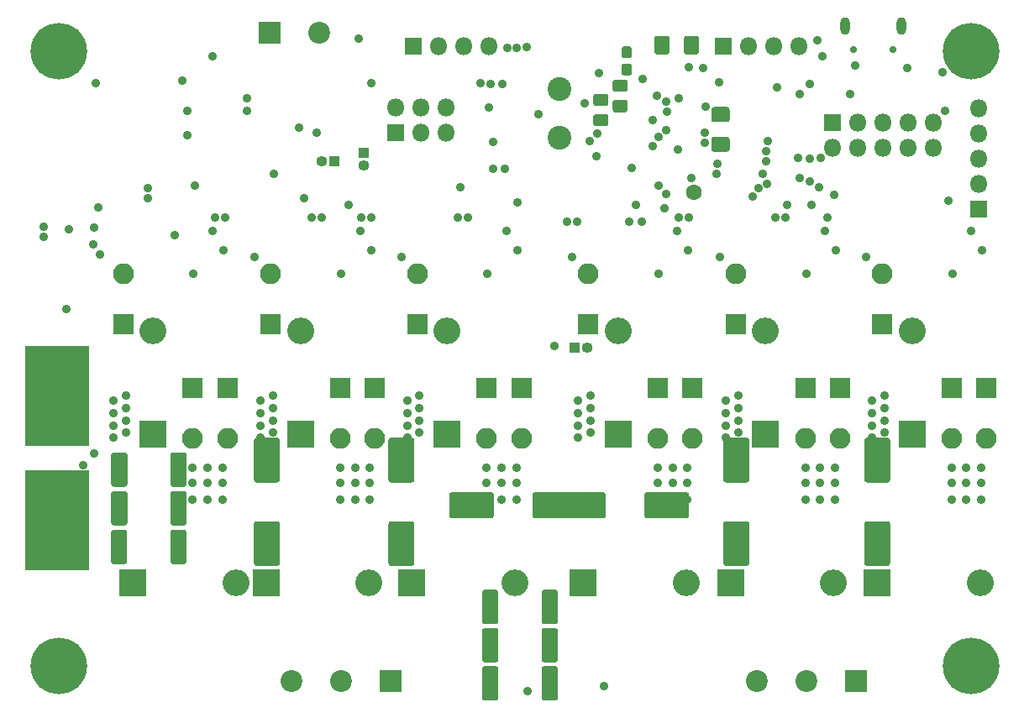
<source format=gbs>
%TF.GenerationSoftware,KiCad,Pcbnew,5.1.5+dfsg1-2build2*%
%TF.CreationDate,2021-12-29T18:24:04+01:00*%
%TF.ProjectId,motorDriver,6d6f746f-7244-4726-9976-65722e6b6963,rev?*%
%TF.SameCoordinates,Original*%
%TF.FileFunction,Soldermask,Bot*%
%TF.FilePolarity,Negative*%
%FSLAX46Y46*%
G04 Gerber Fmt 4.6, Leading zero omitted, Abs format (unit mm)*
G04 Created by KiCad (PCBNEW 5.1.5+dfsg1-2build2) date 2021-12-29 18:24:04*
%MOMM*%
%LPD*%
G04 APERTURE LIST*
%ADD10C,0.100000*%
%ADD11O,2.700000X2.700000*%
%ADD12R,2.700000X2.700000*%
%ADD13C,1.600000*%
%ADD14C,2.200000*%
%ADD15R,2.200000X2.200000*%
%ADD16C,5.700000*%
%ADD17O,2.100000X2.100000*%
%ADD18R,2.100000X2.100000*%
%ADD19O,1.800000X1.800000*%
%ADD20R,1.800000X1.800000*%
%ADD21C,2.400000*%
%ADD22C,0.800000*%
%ADD23C,4.500000*%
%ADD24O,1.100000X1.100000*%
%ADD25R,1.100000X1.100000*%
%ADD26C,0.700000*%
%ADD27O,0.950000X1.800000*%
%ADD28C,0.900000*%
G04 APERTURE END LIST*
D10*
G36*
X97000000Y-88700000D02*
G01*
X90600000Y-88700000D01*
X90600000Y-78700000D01*
X97000000Y-78700000D01*
X97000000Y-88700000D01*
G37*
X97000000Y-88700000D02*
X90600000Y-88700000D01*
X90600000Y-78700000D01*
X97000000Y-78700000D01*
X97000000Y-88700000D01*
G36*
X97000000Y-101250000D02*
G01*
X90600000Y-101250000D01*
X90600000Y-91250000D01*
X97000000Y-91250000D01*
X97000000Y-101250000D01*
G37*
X97000000Y-101250000D02*
X90600000Y-101250000D01*
X90600000Y-91250000D01*
X97000000Y-91250000D01*
X97000000Y-101250000D01*
D11*
%TO.C,D34*%
X180000200Y-77228400D03*
D12*
X180000200Y-87603400D03*
%TD*%
D11*
%TO.C,D33*%
X186875000Y-102650000D03*
D12*
X176500000Y-102650000D03*
%TD*%
D11*
%TO.C,D29*%
X165250200Y-77228400D03*
D12*
X165250200Y-87603400D03*
%TD*%
D11*
%TO.C,D28*%
X172100000Y-102650000D03*
D12*
X161725000Y-102650000D03*
%TD*%
D11*
%TO.C,D24*%
X150370200Y-77228400D03*
D12*
X150370200Y-87603400D03*
%TD*%
D11*
%TO.C,D23*%
X157225000Y-102650000D03*
D12*
X146850000Y-102650000D03*
%TD*%
D11*
%TO.C,D19*%
X133130000Y-77225000D03*
D12*
X133130000Y-87600000D03*
%TD*%
D11*
%TO.C,D18*%
X139975000Y-102650000D03*
D12*
X129600000Y-102650000D03*
%TD*%
D11*
%TO.C,D14*%
X118380000Y-77225000D03*
D12*
X118380000Y-87600000D03*
%TD*%
D11*
%TO.C,D13*%
X125275000Y-102650000D03*
D12*
X114900000Y-102650000D03*
%TD*%
D11*
%TO.C,D9*%
X103500000Y-77225000D03*
D12*
X103500000Y-87600000D03*
%TD*%
D11*
%TO.C,D8*%
X111850000Y-102650000D03*
D12*
X101475000Y-102650000D03*
%TD*%
D13*
%TO.C,J8*%
X158000000Y-63250000D03*
%TD*%
D14*
%TO.C,J2*%
X120250000Y-47200000D03*
D15*
X115250000Y-47200000D03*
%TD*%
D10*
%TO.C,C32*%
G36*
X116065484Y-88001252D02*
G01*
X116090723Y-88004996D01*
X116115474Y-88011196D01*
X116139498Y-88019791D01*
X116162563Y-88030700D01*
X116184448Y-88043818D01*
X116204942Y-88059017D01*
X116223848Y-88076152D01*
X116240983Y-88095058D01*
X116256182Y-88115552D01*
X116269300Y-88137437D01*
X116280209Y-88160502D01*
X116288804Y-88184526D01*
X116295004Y-88209277D01*
X116298748Y-88234516D01*
X116300000Y-88260000D01*
X116300000Y-92240000D01*
X116298748Y-92265484D01*
X116295004Y-92290723D01*
X116288804Y-92315474D01*
X116280209Y-92339498D01*
X116269300Y-92362563D01*
X116256182Y-92384448D01*
X116240983Y-92404942D01*
X116223848Y-92423848D01*
X116204942Y-92440983D01*
X116184448Y-92456182D01*
X116162563Y-92469300D01*
X116139498Y-92480209D01*
X116115474Y-92488804D01*
X116090723Y-92495004D01*
X116065484Y-92498748D01*
X116040000Y-92500000D01*
X113960000Y-92500000D01*
X113934516Y-92498748D01*
X113909277Y-92495004D01*
X113884526Y-92488804D01*
X113860502Y-92480209D01*
X113837437Y-92469300D01*
X113815552Y-92456182D01*
X113795058Y-92440983D01*
X113776152Y-92423848D01*
X113759017Y-92404942D01*
X113743818Y-92384448D01*
X113730700Y-92362563D01*
X113719791Y-92339498D01*
X113711196Y-92315474D01*
X113704996Y-92290723D01*
X113701252Y-92265484D01*
X113700000Y-92240000D01*
X113700000Y-88260000D01*
X113701252Y-88234516D01*
X113704996Y-88209277D01*
X113711196Y-88184526D01*
X113719791Y-88160502D01*
X113730700Y-88137437D01*
X113743818Y-88115552D01*
X113759017Y-88095058D01*
X113776152Y-88076152D01*
X113795058Y-88059017D01*
X113815552Y-88043818D01*
X113837437Y-88030700D01*
X113860502Y-88019791D01*
X113884526Y-88011196D01*
X113909277Y-88004996D01*
X113934516Y-88001252D01*
X113960000Y-88000000D01*
X116040000Y-88000000D01*
X116065484Y-88001252D01*
G37*
G36*
X116065484Y-96401252D02*
G01*
X116090723Y-96404996D01*
X116115474Y-96411196D01*
X116139498Y-96419791D01*
X116162563Y-96430700D01*
X116184448Y-96443818D01*
X116204942Y-96459017D01*
X116223848Y-96476152D01*
X116240983Y-96495058D01*
X116256182Y-96515552D01*
X116269300Y-96537437D01*
X116280209Y-96560502D01*
X116288804Y-96584526D01*
X116295004Y-96609277D01*
X116298748Y-96634516D01*
X116300000Y-96660000D01*
X116300000Y-100640000D01*
X116298748Y-100665484D01*
X116295004Y-100690723D01*
X116288804Y-100715474D01*
X116280209Y-100739498D01*
X116269300Y-100762563D01*
X116256182Y-100784448D01*
X116240983Y-100804942D01*
X116223848Y-100823848D01*
X116204942Y-100840983D01*
X116184448Y-100856182D01*
X116162563Y-100869300D01*
X116139498Y-100880209D01*
X116115474Y-100888804D01*
X116090723Y-100895004D01*
X116065484Y-100898748D01*
X116040000Y-100900000D01*
X113960000Y-100900000D01*
X113934516Y-100898748D01*
X113909277Y-100895004D01*
X113884526Y-100888804D01*
X113860502Y-100880209D01*
X113837437Y-100869300D01*
X113815552Y-100856182D01*
X113795058Y-100840983D01*
X113776152Y-100823848D01*
X113759017Y-100804942D01*
X113743818Y-100784448D01*
X113730700Y-100762563D01*
X113719791Y-100739498D01*
X113711196Y-100715474D01*
X113704996Y-100690723D01*
X113701252Y-100665484D01*
X113700000Y-100640000D01*
X113700000Y-96660000D01*
X113701252Y-96634516D01*
X113704996Y-96609277D01*
X113711196Y-96584526D01*
X113719791Y-96560502D01*
X113730700Y-96537437D01*
X113743818Y-96515552D01*
X113759017Y-96495058D01*
X113776152Y-96476152D01*
X113795058Y-96459017D01*
X113815552Y-96443818D01*
X113837437Y-96430700D01*
X113860502Y-96419791D01*
X113884526Y-96411196D01*
X113909277Y-96404996D01*
X113934516Y-96401252D01*
X113960000Y-96400000D01*
X116040000Y-96400000D01*
X116065484Y-96401252D01*
G37*
%TD*%
%TO.C,L1*%
G36*
X151538229Y-48551264D02*
G01*
X151563711Y-48555044D01*
X151588700Y-48561303D01*
X151612954Y-48569982D01*
X151636242Y-48580996D01*
X151658337Y-48594239D01*
X151679028Y-48609585D01*
X151698116Y-48626884D01*
X151715415Y-48645972D01*
X151730761Y-48666663D01*
X151744004Y-48688758D01*
X151755018Y-48712046D01*
X151763697Y-48736300D01*
X151769956Y-48761289D01*
X151773736Y-48786771D01*
X151775000Y-48812500D01*
X151775000Y-49437500D01*
X151773736Y-49463229D01*
X151769956Y-49488711D01*
X151763697Y-49513700D01*
X151755018Y-49537954D01*
X151744004Y-49561242D01*
X151730761Y-49583337D01*
X151715415Y-49604028D01*
X151698116Y-49623116D01*
X151679028Y-49640415D01*
X151658337Y-49655761D01*
X151636242Y-49669004D01*
X151612954Y-49680018D01*
X151588700Y-49688697D01*
X151563711Y-49694956D01*
X151538229Y-49698736D01*
X151512500Y-49700000D01*
X150987500Y-49700000D01*
X150961771Y-49698736D01*
X150936289Y-49694956D01*
X150911300Y-49688697D01*
X150887046Y-49680018D01*
X150863758Y-49669004D01*
X150841663Y-49655761D01*
X150820972Y-49640415D01*
X150801884Y-49623116D01*
X150784585Y-49604028D01*
X150769239Y-49583337D01*
X150755996Y-49561242D01*
X150744982Y-49537954D01*
X150736303Y-49513700D01*
X150730044Y-49488711D01*
X150726264Y-49463229D01*
X150725000Y-49437500D01*
X150725000Y-48812500D01*
X150726264Y-48786771D01*
X150730044Y-48761289D01*
X150736303Y-48736300D01*
X150744982Y-48712046D01*
X150755996Y-48688758D01*
X150769239Y-48666663D01*
X150784585Y-48645972D01*
X150801884Y-48626884D01*
X150820972Y-48609585D01*
X150841663Y-48594239D01*
X150863758Y-48580996D01*
X150887046Y-48569982D01*
X150911300Y-48561303D01*
X150936289Y-48555044D01*
X150961771Y-48551264D01*
X150987500Y-48550000D01*
X151512500Y-48550000D01*
X151538229Y-48551264D01*
G37*
G36*
X151538229Y-50301264D02*
G01*
X151563711Y-50305044D01*
X151588700Y-50311303D01*
X151612954Y-50319982D01*
X151636242Y-50330996D01*
X151658337Y-50344239D01*
X151679028Y-50359585D01*
X151698116Y-50376884D01*
X151715415Y-50395972D01*
X151730761Y-50416663D01*
X151744004Y-50438758D01*
X151755018Y-50462046D01*
X151763697Y-50486300D01*
X151769956Y-50511289D01*
X151773736Y-50536771D01*
X151775000Y-50562500D01*
X151775000Y-51187500D01*
X151773736Y-51213229D01*
X151769956Y-51238711D01*
X151763697Y-51263700D01*
X151755018Y-51287954D01*
X151744004Y-51311242D01*
X151730761Y-51333337D01*
X151715415Y-51354028D01*
X151698116Y-51373116D01*
X151679028Y-51390415D01*
X151658337Y-51405761D01*
X151636242Y-51419004D01*
X151612954Y-51430018D01*
X151588700Y-51438697D01*
X151563711Y-51444956D01*
X151538229Y-51448736D01*
X151512500Y-51450000D01*
X150987500Y-51450000D01*
X150961771Y-51448736D01*
X150936289Y-51444956D01*
X150911300Y-51438697D01*
X150887046Y-51430018D01*
X150863758Y-51419004D01*
X150841663Y-51405761D01*
X150820972Y-51390415D01*
X150801884Y-51373116D01*
X150784585Y-51354028D01*
X150769239Y-51333337D01*
X150755996Y-51311242D01*
X150744982Y-51287954D01*
X150736303Y-51263700D01*
X150730044Y-51238711D01*
X150726264Y-51213229D01*
X150725000Y-51187500D01*
X150725000Y-50562500D01*
X150726264Y-50536771D01*
X150730044Y-50511289D01*
X150736303Y-50486300D01*
X150744982Y-50462046D01*
X150755996Y-50438758D01*
X150769239Y-50416663D01*
X150784585Y-50395972D01*
X150801884Y-50376884D01*
X150820972Y-50359585D01*
X150841663Y-50344239D01*
X150863758Y-50330996D01*
X150887046Y-50319982D01*
X150911300Y-50311303D01*
X150936289Y-50305044D01*
X150961771Y-50301264D01*
X150987500Y-50300000D01*
X151512500Y-50300000D01*
X151538229Y-50301264D01*
G37*
%TD*%
%TO.C,C38*%
G36*
X151104897Y-51876308D02*
G01*
X151131275Y-51880221D01*
X151157143Y-51886701D01*
X151182252Y-51895685D01*
X151206358Y-51907086D01*
X151229232Y-51920796D01*
X151250651Y-51936682D01*
X151270410Y-51954590D01*
X151288318Y-51974349D01*
X151304204Y-51995768D01*
X151317914Y-52018642D01*
X151329315Y-52042748D01*
X151338299Y-52067857D01*
X151344779Y-52093725D01*
X151348692Y-52120103D01*
X151350000Y-52146738D01*
X151350000Y-52853262D01*
X151348692Y-52879897D01*
X151344779Y-52906275D01*
X151338299Y-52932143D01*
X151329315Y-52957252D01*
X151317914Y-52981358D01*
X151304204Y-53004232D01*
X151288318Y-53025651D01*
X151270410Y-53045410D01*
X151250651Y-53063318D01*
X151229232Y-53079204D01*
X151206358Y-53092914D01*
X151182252Y-53104315D01*
X151157143Y-53113299D01*
X151131275Y-53119779D01*
X151104897Y-53123692D01*
X151078262Y-53125000D01*
X150121738Y-53125000D01*
X150095103Y-53123692D01*
X150068725Y-53119779D01*
X150042857Y-53113299D01*
X150017748Y-53104315D01*
X149993642Y-53092914D01*
X149970768Y-53079204D01*
X149949349Y-53063318D01*
X149929590Y-53045410D01*
X149911682Y-53025651D01*
X149895796Y-53004232D01*
X149882086Y-52981358D01*
X149870685Y-52957252D01*
X149861701Y-52932143D01*
X149855221Y-52906275D01*
X149851308Y-52879897D01*
X149850000Y-52853262D01*
X149850000Y-52146738D01*
X149851308Y-52120103D01*
X149855221Y-52093725D01*
X149861701Y-52067857D01*
X149870685Y-52042748D01*
X149882086Y-52018642D01*
X149895796Y-51995768D01*
X149911682Y-51974349D01*
X149929590Y-51954590D01*
X149949349Y-51936682D01*
X149970768Y-51920796D01*
X149993642Y-51907086D01*
X150017748Y-51895685D01*
X150042857Y-51886701D01*
X150068725Y-51880221D01*
X150095103Y-51876308D01*
X150121738Y-51875000D01*
X151078262Y-51875000D01*
X151104897Y-51876308D01*
G37*
G36*
X151104897Y-53926308D02*
G01*
X151131275Y-53930221D01*
X151157143Y-53936701D01*
X151182252Y-53945685D01*
X151206358Y-53957086D01*
X151229232Y-53970796D01*
X151250651Y-53986682D01*
X151270410Y-54004590D01*
X151288318Y-54024349D01*
X151304204Y-54045768D01*
X151317914Y-54068642D01*
X151329315Y-54092748D01*
X151338299Y-54117857D01*
X151344779Y-54143725D01*
X151348692Y-54170103D01*
X151350000Y-54196738D01*
X151350000Y-54903262D01*
X151348692Y-54929897D01*
X151344779Y-54956275D01*
X151338299Y-54982143D01*
X151329315Y-55007252D01*
X151317914Y-55031358D01*
X151304204Y-55054232D01*
X151288318Y-55075651D01*
X151270410Y-55095410D01*
X151250651Y-55113318D01*
X151229232Y-55129204D01*
X151206358Y-55142914D01*
X151182252Y-55154315D01*
X151157143Y-55163299D01*
X151131275Y-55169779D01*
X151104897Y-55173692D01*
X151078262Y-55175000D01*
X150121738Y-55175000D01*
X150095103Y-55173692D01*
X150068725Y-55169779D01*
X150042857Y-55163299D01*
X150017748Y-55154315D01*
X149993642Y-55142914D01*
X149970768Y-55129204D01*
X149949349Y-55113318D01*
X149929590Y-55095410D01*
X149911682Y-55075651D01*
X149895796Y-55054232D01*
X149882086Y-55031358D01*
X149870685Y-55007252D01*
X149861701Y-54982143D01*
X149855221Y-54956275D01*
X149851308Y-54929897D01*
X149850000Y-54903262D01*
X149850000Y-54196738D01*
X149851308Y-54170103D01*
X149855221Y-54143725D01*
X149861701Y-54117857D01*
X149870685Y-54092748D01*
X149882086Y-54068642D01*
X149895796Y-54045768D01*
X149911682Y-54024349D01*
X149929590Y-54004590D01*
X149949349Y-53986682D01*
X149970768Y-53970796D01*
X149993642Y-53957086D01*
X150017748Y-53945685D01*
X150042857Y-53936701D01*
X150068725Y-53930221D01*
X150095103Y-53926308D01*
X150121738Y-53925000D01*
X151078262Y-53925000D01*
X151104897Y-53926308D01*
G37*
%TD*%
%TO.C,C2*%
G36*
X149154897Y-55351308D02*
G01*
X149181275Y-55355221D01*
X149207143Y-55361701D01*
X149232252Y-55370685D01*
X149256358Y-55382086D01*
X149279232Y-55395796D01*
X149300651Y-55411682D01*
X149320410Y-55429590D01*
X149338318Y-55449349D01*
X149354204Y-55470768D01*
X149367914Y-55493642D01*
X149379315Y-55517748D01*
X149388299Y-55542857D01*
X149394779Y-55568725D01*
X149398692Y-55595103D01*
X149400000Y-55621738D01*
X149400000Y-56328262D01*
X149398692Y-56354897D01*
X149394779Y-56381275D01*
X149388299Y-56407143D01*
X149379315Y-56432252D01*
X149367914Y-56456358D01*
X149354204Y-56479232D01*
X149338318Y-56500651D01*
X149320410Y-56520410D01*
X149300651Y-56538318D01*
X149279232Y-56554204D01*
X149256358Y-56567914D01*
X149232252Y-56579315D01*
X149207143Y-56588299D01*
X149181275Y-56594779D01*
X149154897Y-56598692D01*
X149128262Y-56600000D01*
X148171738Y-56600000D01*
X148145103Y-56598692D01*
X148118725Y-56594779D01*
X148092857Y-56588299D01*
X148067748Y-56579315D01*
X148043642Y-56567914D01*
X148020768Y-56554204D01*
X147999349Y-56538318D01*
X147979590Y-56520410D01*
X147961682Y-56500651D01*
X147945796Y-56479232D01*
X147932086Y-56456358D01*
X147920685Y-56432252D01*
X147911701Y-56407143D01*
X147905221Y-56381275D01*
X147901308Y-56354897D01*
X147900000Y-56328262D01*
X147900000Y-55621738D01*
X147901308Y-55595103D01*
X147905221Y-55568725D01*
X147911701Y-55542857D01*
X147920685Y-55517748D01*
X147932086Y-55493642D01*
X147945796Y-55470768D01*
X147961682Y-55449349D01*
X147979590Y-55429590D01*
X147999349Y-55411682D01*
X148020768Y-55395796D01*
X148043642Y-55382086D01*
X148067748Y-55370685D01*
X148092857Y-55361701D01*
X148118725Y-55355221D01*
X148145103Y-55351308D01*
X148171738Y-55350000D01*
X149128262Y-55350000D01*
X149154897Y-55351308D01*
G37*
G36*
X149154897Y-53301308D02*
G01*
X149181275Y-53305221D01*
X149207143Y-53311701D01*
X149232252Y-53320685D01*
X149256358Y-53332086D01*
X149279232Y-53345796D01*
X149300651Y-53361682D01*
X149320410Y-53379590D01*
X149338318Y-53399349D01*
X149354204Y-53420768D01*
X149367914Y-53443642D01*
X149379315Y-53467748D01*
X149388299Y-53492857D01*
X149394779Y-53518725D01*
X149398692Y-53545103D01*
X149400000Y-53571738D01*
X149400000Y-54278262D01*
X149398692Y-54304897D01*
X149394779Y-54331275D01*
X149388299Y-54357143D01*
X149379315Y-54382252D01*
X149367914Y-54406358D01*
X149354204Y-54429232D01*
X149338318Y-54450651D01*
X149320410Y-54470410D01*
X149300651Y-54488318D01*
X149279232Y-54504204D01*
X149256358Y-54517914D01*
X149232252Y-54529315D01*
X149207143Y-54538299D01*
X149181275Y-54544779D01*
X149154897Y-54548692D01*
X149128262Y-54550000D01*
X148171738Y-54550000D01*
X148145103Y-54548692D01*
X148118725Y-54544779D01*
X148092857Y-54538299D01*
X148067748Y-54529315D01*
X148043642Y-54517914D01*
X148020768Y-54504204D01*
X147999349Y-54488318D01*
X147979590Y-54470410D01*
X147961682Y-54450651D01*
X147945796Y-54429232D01*
X147932086Y-54406358D01*
X147920685Y-54382252D01*
X147911701Y-54357143D01*
X147905221Y-54331275D01*
X147901308Y-54304897D01*
X147900000Y-54278262D01*
X147900000Y-53571738D01*
X147901308Y-53545103D01*
X147905221Y-53518725D01*
X147911701Y-53492857D01*
X147920685Y-53467748D01*
X147932086Y-53443642D01*
X147945796Y-53420768D01*
X147961682Y-53399349D01*
X147979590Y-53379590D01*
X147999349Y-53361682D01*
X148020768Y-53345796D01*
X148043642Y-53332086D01*
X148067748Y-53320685D01*
X148092857Y-53311701D01*
X148118725Y-53305221D01*
X148145103Y-53301308D01*
X148171738Y-53300000D01*
X149128262Y-53300000D01*
X149154897Y-53301308D01*
G37*
%TD*%
D16*
%TO.C,H2*%
X186000000Y-49000000D03*
%TD*%
%TO.C,H3*%
X186000000Y-111000000D03*
%TD*%
%TO.C,H4*%
X94000000Y-111000000D03*
%TD*%
%TO.C,H1*%
X94000000Y-49000000D03*
%TD*%
D17*
%TO.C,D5*%
X100500000Y-71420000D03*
D18*
X100500000Y-76500000D03*
%TD*%
D17*
%TO.C,D6*%
X111000000Y-88080000D03*
D18*
X111000000Y-83000000D03*
%TD*%
D17*
%TO.C,D7*%
X107500000Y-88080000D03*
D18*
X107500000Y-83000000D03*
%TD*%
D17*
%TO.C,D10*%
X115380000Y-71420000D03*
D18*
X115380000Y-76500000D03*
%TD*%
D17*
%TO.C,D11*%
X125880000Y-88080000D03*
D18*
X125880000Y-83000000D03*
%TD*%
D17*
%TO.C,D12*%
X122380000Y-88080000D03*
D18*
X122380000Y-83000000D03*
%TD*%
D17*
%TO.C,D15*%
X130130000Y-71420000D03*
D18*
X130130000Y-76500000D03*
%TD*%
D17*
%TO.C,D16*%
X140630000Y-88080000D03*
D18*
X140630000Y-83000000D03*
%TD*%
D17*
%TO.C,D17*%
X137130000Y-88080000D03*
D18*
X137130000Y-83000000D03*
%TD*%
D19*
%TO.C,J4*%
X137330000Y-48500000D03*
X134790000Y-48500000D03*
X132250000Y-48500000D03*
D20*
X129710000Y-48500000D03*
%TD*%
D19*
%TO.C,J5*%
X168620000Y-48500000D03*
X166080000Y-48500000D03*
X163540000Y-48500000D03*
D20*
X161000000Y-48500000D03*
%TD*%
D19*
%TO.C,J9*%
X186750000Y-54740000D03*
X186750000Y-57280000D03*
X186750000Y-59820000D03*
X186750000Y-62360000D03*
D20*
X186750000Y-64900000D03*
%TD*%
D10*
%TO.C,R3*%
G36*
X158308680Y-47476288D02*
G01*
X158334651Y-47480141D01*
X158360120Y-47486520D01*
X158384841Y-47495366D01*
X158408575Y-47506591D01*
X158431095Y-47520089D01*
X158452184Y-47535730D01*
X158471638Y-47553362D01*
X158489270Y-47572816D01*
X158504911Y-47593905D01*
X158518409Y-47616425D01*
X158529634Y-47640159D01*
X158538480Y-47664880D01*
X158544859Y-47690349D01*
X158548712Y-47716320D01*
X158550000Y-47742544D01*
X158550000Y-49057456D01*
X158548712Y-49083680D01*
X158544859Y-49109651D01*
X158538480Y-49135120D01*
X158529634Y-49159841D01*
X158518409Y-49183575D01*
X158504911Y-49206095D01*
X158489270Y-49227184D01*
X158471638Y-49246638D01*
X158452184Y-49264270D01*
X158431095Y-49279911D01*
X158408575Y-49293409D01*
X158384841Y-49304634D01*
X158360120Y-49313480D01*
X158334651Y-49319859D01*
X158308680Y-49323712D01*
X158282456Y-49325000D01*
X157292544Y-49325000D01*
X157266320Y-49323712D01*
X157240349Y-49319859D01*
X157214880Y-49313480D01*
X157190159Y-49304634D01*
X157166425Y-49293409D01*
X157143905Y-49279911D01*
X157122816Y-49264270D01*
X157103362Y-49246638D01*
X157085730Y-49227184D01*
X157070089Y-49206095D01*
X157056591Y-49183575D01*
X157045366Y-49159841D01*
X157036520Y-49135120D01*
X157030141Y-49109651D01*
X157026288Y-49083680D01*
X157025000Y-49057456D01*
X157025000Y-47742544D01*
X157026288Y-47716320D01*
X157030141Y-47690349D01*
X157036520Y-47664880D01*
X157045366Y-47640159D01*
X157056591Y-47616425D01*
X157070089Y-47593905D01*
X157085730Y-47572816D01*
X157103362Y-47553362D01*
X157122816Y-47535730D01*
X157143905Y-47520089D01*
X157166425Y-47506591D01*
X157190159Y-47495366D01*
X157214880Y-47486520D01*
X157240349Y-47480141D01*
X157266320Y-47476288D01*
X157292544Y-47475000D01*
X158282456Y-47475000D01*
X158308680Y-47476288D01*
G37*
G36*
X155333680Y-47476288D02*
G01*
X155359651Y-47480141D01*
X155385120Y-47486520D01*
X155409841Y-47495366D01*
X155433575Y-47506591D01*
X155456095Y-47520089D01*
X155477184Y-47535730D01*
X155496638Y-47553362D01*
X155514270Y-47572816D01*
X155529911Y-47593905D01*
X155543409Y-47616425D01*
X155554634Y-47640159D01*
X155563480Y-47664880D01*
X155569859Y-47690349D01*
X155573712Y-47716320D01*
X155575000Y-47742544D01*
X155575000Y-49057456D01*
X155573712Y-49083680D01*
X155569859Y-49109651D01*
X155563480Y-49135120D01*
X155554634Y-49159841D01*
X155543409Y-49183575D01*
X155529911Y-49206095D01*
X155514270Y-49227184D01*
X155496638Y-49246638D01*
X155477184Y-49264270D01*
X155456095Y-49279911D01*
X155433575Y-49293409D01*
X155409841Y-49304634D01*
X155385120Y-49313480D01*
X155359651Y-49319859D01*
X155333680Y-49323712D01*
X155307456Y-49325000D01*
X154317544Y-49325000D01*
X154291320Y-49323712D01*
X154265349Y-49319859D01*
X154239880Y-49313480D01*
X154215159Y-49304634D01*
X154191425Y-49293409D01*
X154168905Y-49279911D01*
X154147816Y-49264270D01*
X154128362Y-49246638D01*
X154110730Y-49227184D01*
X154095089Y-49206095D01*
X154081591Y-49183575D01*
X154070366Y-49159841D01*
X154061520Y-49135120D01*
X154055141Y-49109651D01*
X154051288Y-49083680D01*
X154050000Y-49057456D01*
X154050000Y-47742544D01*
X154051288Y-47716320D01*
X154055141Y-47690349D01*
X154061520Y-47664880D01*
X154070366Y-47640159D01*
X154081591Y-47616425D01*
X154095089Y-47593905D01*
X154110730Y-47572816D01*
X154128362Y-47553362D01*
X154147816Y-47535730D01*
X154168905Y-47520089D01*
X154191425Y-47506591D01*
X154215159Y-47495366D01*
X154239880Y-47486520D01*
X154265349Y-47480141D01*
X154291320Y-47476288D01*
X154317544Y-47475000D01*
X155307456Y-47475000D01*
X155333680Y-47476288D01*
G37*
%TD*%
%TO.C,R6*%
G36*
X161383680Y-54651288D02*
G01*
X161409651Y-54655141D01*
X161435120Y-54661520D01*
X161459841Y-54670366D01*
X161483575Y-54681591D01*
X161506095Y-54695089D01*
X161527184Y-54710730D01*
X161546638Y-54728362D01*
X161564270Y-54747816D01*
X161579911Y-54768905D01*
X161593409Y-54791425D01*
X161604634Y-54815159D01*
X161613480Y-54839880D01*
X161619859Y-54865349D01*
X161623712Y-54891320D01*
X161625000Y-54917544D01*
X161625000Y-55907456D01*
X161623712Y-55933680D01*
X161619859Y-55959651D01*
X161613480Y-55985120D01*
X161604634Y-56009841D01*
X161593409Y-56033575D01*
X161579911Y-56056095D01*
X161564270Y-56077184D01*
X161546638Y-56096638D01*
X161527184Y-56114270D01*
X161506095Y-56129911D01*
X161483575Y-56143409D01*
X161459841Y-56154634D01*
X161435120Y-56163480D01*
X161409651Y-56169859D01*
X161383680Y-56173712D01*
X161357456Y-56175000D01*
X160042544Y-56175000D01*
X160016320Y-56173712D01*
X159990349Y-56169859D01*
X159964880Y-56163480D01*
X159940159Y-56154634D01*
X159916425Y-56143409D01*
X159893905Y-56129911D01*
X159872816Y-56114270D01*
X159853362Y-56096638D01*
X159835730Y-56077184D01*
X159820089Y-56056095D01*
X159806591Y-56033575D01*
X159795366Y-56009841D01*
X159786520Y-55985120D01*
X159780141Y-55959651D01*
X159776288Y-55933680D01*
X159775000Y-55907456D01*
X159775000Y-54917544D01*
X159776288Y-54891320D01*
X159780141Y-54865349D01*
X159786520Y-54839880D01*
X159795366Y-54815159D01*
X159806591Y-54791425D01*
X159820089Y-54768905D01*
X159835730Y-54747816D01*
X159853362Y-54728362D01*
X159872816Y-54710730D01*
X159893905Y-54695089D01*
X159916425Y-54681591D01*
X159940159Y-54670366D01*
X159964880Y-54661520D01*
X159990349Y-54655141D01*
X160016320Y-54651288D01*
X160042544Y-54650000D01*
X161357456Y-54650000D01*
X161383680Y-54651288D01*
G37*
G36*
X161383680Y-57626288D02*
G01*
X161409651Y-57630141D01*
X161435120Y-57636520D01*
X161459841Y-57645366D01*
X161483575Y-57656591D01*
X161506095Y-57670089D01*
X161527184Y-57685730D01*
X161546638Y-57703362D01*
X161564270Y-57722816D01*
X161579911Y-57743905D01*
X161593409Y-57766425D01*
X161604634Y-57790159D01*
X161613480Y-57814880D01*
X161619859Y-57840349D01*
X161623712Y-57866320D01*
X161625000Y-57892544D01*
X161625000Y-58882456D01*
X161623712Y-58908680D01*
X161619859Y-58934651D01*
X161613480Y-58960120D01*
X161604634Y-58984841D01*
X161593409Y-59008575D01*
X161579911Y-59031095D01*
X161564270Y-59052184D01*
X161546638Y-59071638D01*
X161527184Y-59089270D01*
X161506095Y-59104911D01*
X161483575Y-59118409D01*
X161459841Y-59129634D01*
X161435120Y-59138480D01*
X161409651Y-59144859D01*
X161383680Y-59148712D01*
X161357456Y-59150000D01*
X160042544Y-59150000D01*
X160016320Y-59148712D01*
X159990349Y-59144859D01*
X159964880Y-59138480D01*
X159940159Y-59129634D01*
X159916425Y-59118409D01*
X159893905Y-59104911D01*
X159872816Y-59089270D01*
X159853362Y-59071638D01*
X159835730Y-59052184D01*
X159820089Y-59031095D01*
X159806591Y-59008575D01*
X159795366Y-58984841D01*
X159786520Y-58960120D01*
X159780141Y-58934651D01*
X159776288Y-58908680D01*
X159775000Y-58882456D01*
X159775000Y-57892544D01*
X159776288Y-57866320D01*
X159780141Y-57840349D01*
X159786520Y-57814880D01*
X159795366Y-57790159D01*
X159806591Y-57766425D01*
X159820089Y-57743905D01*
X159835730Y-57722816D01*
X159853362Y-57703362D01*
X159872816Y-57685730D01*
X159893905Y-57670089D01*
X159916425Y-57656591D01*
X159940159Y-57645366D01*
X159964880Y-57636520D01*
X159990349Y-57630141D01*
X160016320Y-57626288D01*
X160042544Y-57625000D01*
X161357456Y-57625000D01*
X161383680Y-57626288D01*
G37*
%TD*%
D21*
%TO.C,Y1*%
X144500000Y-52850000D03*
X144500000Y-57750000D03*
%TD*%
D22*
%TO.C,J3*%
X94250000Y-83100000D03*
X95416726Y-83583274D03*
D23*
X94250000Y-84750000D03*
D22*
X92600000Y-84750000D03*
X93083274Y-83583274D03*
X95416726Y-85916726D03*
X95900000Y-84750000D03*
X94250000Y-96900000D03*
X95416726Y-94083274D03*
D23*
X94250000Y-95250000D03*
D22*
X93083274Y-96416726D03*
X92600000Y-95250000D03*
X95416726Y-96416726D03*
X95900000Y-95250000D03*
D14*
X93500000Y-87500000D03*
D15*
X93500000Y-92500000D03*
%TD*%
D14*
%TO.C,J12*%
X117500000Y-112550000D03*
D15*
X127500000Y-112550000D03*
D14*
X122500000Y-112550000D03*
%TD*%
D10*
%TO.C,R13*%
G36*
X100684719Y-93376283D02*
G01*
X100710579Y-93380119D01*
X100735938Y-93386471D01*
X100760552Y-93395278D01*
X100784184Y-93406455D01*
X100806607Y-93419895D01*
X100827605Y-93435468D01*
X100846976Y-93453024D01*
X100864532Y-93472395D01*
X100880105Y-93493393D01*
X100893545Y-93515816D01*
X100904722Y-93539448D01*
X100913529Y-93564062D01*
X100919881Y-93589421D01*
X100923717Y-93615281D01*
X100925000Y-93641392D01*
X100925000Y-96558608D01*
X100923717Y-96584719D01*
X100919881Y-96610579D01*
X100913529Y-96635938D01*
X100904722Y-96660552D01*
X100893545Y-96684184D01*
X100880105Y-96706607D01*
X100864532Y-96727605D01*
X100846976Y-96746976D01*
X100827605Y-96764532D01*
X100806607Y-96780105D01*
X100784184Y-96793545D01*
X100760552Y-96804722D01*
X100735938Y-96813529D01*
X100710579Y-96819881D01*
X100684719Y-96823717D01*
X100658608Y-96825000D01*
X99566392Y-96825000D01*
X99540281Y-96823717D01*
X99514421Y-96819881D01*
X99489062Y-96813529D01*
X99464448Y-96804722D01*
X99440816Y-96793545D01*
X99418393Y-96780105D01*
X99397395Y-96764532D01*
X99378024Y-96746976D01*
X99360468Y-96727605D01*
X99344895Y-96706607D01*
X99331455Y-96684184D01*
X99320278Y-96660552D01*
X99311471Y-96635938D01*
X99305119Y-96610579D01*
X99301283Y-96584719D01*
X99300000Y-96558608D01*
X99300000Y-93641392D01*
X99301283Y-93615281D01*
X99305119Y-93589421D01*
X99311471Y-93564062D01*
X99320278Y-93539448D01*
X99331455Y-93515816D01*
X99344895Y-93493393D01*
X99360468Y-93472395D01*
X99378024Y-93453024D01*
X99397395Y-93435468D01*
X99418393Y-93419895D01*
X99440816Y-93406455D01*
X99464448Y-93395278D01*
X99489062Y-93386471D01*
X99514421Y-93380119D01*
X99540281Y-93376283D01*
X99566392Y-93375000D01*
X100658608Y-93375000D01*
X100684719Y-93376283D01*
G37*
G36*
X106659719Y-93376283D02*
G01*
X106685579Y-93380119D01*
X106710938Y-93386471D01*
X106735552Y-93395278D01*
X106759184Y-93406455D01*
X106781607Y-93419895D01*
X106802605Y-93435468D01*
X106821976Y-93453024D01*
X106839532Y-93472395D01*
X106855105Y-93493393D01*
X106868545Y-93515816D01*
X106879722Y-93539448D01*
X106888529Y-93564062D01*
X106894881Y-93589421D01*
X106898717Y-93615281D01*
X106900000Y-93641392D01*
X106900000Y-96558608D01*
X106898717Y-96584719D01*
X106894881Y-96610579D01*
X106888529Y-96635938D01*
X106879722Y-96660552D01*
X106868545Y-96684184D01*
X106855105Y-96706607D01*
X106839532Y-96727605D01*
X106821976Y-96746976D01*
X106802605Y-96764532D01*
X106781607Y-96780105D01*
X106759184Y-96793545D01*
X106735552Y-96804722D01*
X106710938Y-96813529D01*
X106685579Y-96819881D01*
X106659719Y-96823717D01*
X106633608Y-96825000D01*
X105541392Y-96825000D01*
X105515281Y-96823717D01*
X105489421Y-96819881D01*
X105464062Y-96813529D01*
X105439448Y-96804722D01*
X105415816Y-96793545D01*
X105393393Y-96780105D01*
X105372395Y-96764532D01*
X105353024Y-96746976D01*
X105335468Y-96727605D01*
X105319895Y-96706607D01*
X105306455Y-96684184D01*
X105295278Y-96660552D01*
X105286471Y-96635938D01*
X105280119Y-96610579D01*
X105276283Y-96584719D01*
X105275000Y-96558608D01*
X105275000Y-93641392D01*
X105276283Y-93615281D01*
X105280119Y-93589421D01*
X105286471Y-93564062D01*
X105295278Y-93539448D01*
X105306455Y-93515816D01*
X105319895Y-93493393D01*
X105335468Y-93472395D01*
X105353024Y-93453024D01*
X105372395Y-93435468D01*
X105393393Y-93419895D01*
X105415816Y-93406455D01*
X105439448Y-93395278D01*
X105464062Y-93386471D01*
X105489421Y-93380119D01*
X105515281Y-93376283D01*
X105541392Y-93375000D01*
X106633608Y-93375000D01*
X106659719Y-93376283D01*
G37*
%TD*%
%TO.C,R19*%
G36*
X100684719Y-89476283D02*
G01*
X100710579Y-89480119D01*
X100735938Y-89486471D01*
X100760552Y-89495278D01*
X100784184Y-89506455D01*
X100806607Y-89519895D01*
X100827605Y-89535468D01*
X100846976Y-89553024D01*
X100864532Y-89572395D01*
X100880105Y-89593393D01*
X100893545Y-89615816D01*
X100904722Y-89639448D01*
X100913529Y-89664062D01*
X100919881Y-89689421D01*
X100923717Y-89715281D01*
X100925000Y-89741392D01*
X100925000Y-92658608D01*
X100923717Y-92684719D01*
X100919881Y-92710579D01*
X100913529Y-92735938D01*
X100904722Y-92760552D01*
X100893545Y-92784184D01*
X100880105Y-92806607D01*
X100864532Y-92827605D01*
X100846976Y-92846976D01*
X100827605Y-92864532D01*
X100806607Y-92880105D01*
X100784184Y-92893545D01*
X100760552Y-92904722D01*
X100735938Y-92913529D01*
X100710579Y-92919881D01*
X100684719Y-92923717D01*
X100658608Y-92925000D01*
X99566392Y-92925000D01*
X99540281Y-92923717D01*
X99514421Y-92919881D01*
X99489062Y-92913529D01*
X99464448Y-92904722D01*
X99440816Y-92893545D01*
X99418393Y-92880105D01*
X99397395Y-92864532D01*
X99378024Y-92846976D01*
X99360468Y-92827605D01*
X99344895Y-92806607D01*
X99331455Y-92784184D01*
X99320278Y-92760552D01*
X99311471Y-92735938D01*
X99305119Y-92710579D01*
X99301283Y-92684719D01*
X99300000Y-92658608D01*
X99300000Y-89741392D01*
X99301283Y-89715281D01*
X99305119Y-89689421D01*
X99311471Y-89664062D01*
X99320278Y-89639448D01*
X99331455Y-89615816D01*
X99344895Y-89593393D01*
X99360468Y-89572395D01*
X99378024Y-89553024D01*
X99397395Y-89535468D01*
X99418393Y-89519895D01*
X99440816Y-89506455D01*
X99464448Y-89495278D01*
X99489062Y-89486471D01*
X99514421Y-89480119D01*
X99540281Y-89476283D01*
X99566392Y-89475000D01*
X100658608Y-89475000D01*
X100684719Y-89476283D01*
G37*
G36*
X106659719Y-89476283D02*
G01*
X106685579Y-89480119D01*
X106710938Y-89486471D01*
X106735552Y-89495278D01*
X106759184Y-89506455D01*
X106781607Y-89519895D01*
X106802605Y-89535468D01*
X106821976Y-89553024D01*
X106839532Y-89572395D01*
X106855105Y-89593393D01*
X106868545Y-89615816D01*
X106879722Y-89639448D01*
X106888529Y-89664062D01*
X106894881Y-89689421D01*
X106898717Y-89715281D01*
X106900000Y-89741392D01*
X106900000Y-92658608D01*
X106898717Y-92684719D01*
X106894881Y-92710579D01*
X106888529Y-92735938D01*
X106879722Y-92760552D01*
X106868545Y-92784184D01*
X106855105Y-92806607D01*
X106839532Y-92827605D01*
X106821976Y-92846976D01*
X106802605Y-92864532D01*
X106781607Y-92880105D01*
X106759184Y-92893545D01*
X106735552Y-92904722D01*
X106710938Y-92913529D01*
X106685579Y-92919881D01*
X106659719Y-92923717D01*
X106633608Y-92925000D01*
X105541392Y-92925000D01*
X105515281Y-92923717D01*
X105489421Y-92919881D01*
X105464062Y-92913529D01*
X105439448Y-92904722D01*
X105415816Y-92893545D01*
X105393393Y-92880105D01*
X105372395Y-92864532D01*
X105353024Y-92846976D01*
X105335468Y-92827605D01*
X105319895Y-92806607D01*
X105306455Y-92784184D01*
X105295278Y-92760552D01*
X105286471Y-92735938D01*
X105280119Y-92710579D01*
X105276283Y-92684719D01*
X105275000Y-92658608D01*
X105275000Y-89741392D01*
X105276283Y-89715281D01*
X105280119Y-89689421D01*
X105286471Y-89664062D01*
X105295278Y-89639448D01*
X105306455Y-89615816D01*
X105319895Y-89593393D01*
X105335468Y-89572395D01*
X105353024Y-89553024D01*
X105372395Y-89535468D01*
X105393393Y-89519895D01*
X105415816Y-89506455D01*
X105439448Y-89495278D01*
X105464062Y-89486471D01*
X105489421Y-89480119D01*
X105515281Y-89476283D01*
X105541392Y-89475000D01*
X106633608Y-89475000D01*
X106659719Y-89476283D01*
G37*
%TD*%
%TO.C,R25*%
G36*
X100672219Y-97276283D02*
G01*
X100698079Y-97280119D01*
X100723438Y-97286471D01*
X100748052Y-97295278D01*
X100771684Y-97306455D01*
X100794107Y-97319895D01*
X100815105Y-97335468D01*
X100834476Y-97353024D01*
X100852032Y-97372395D01*
X100867605Y-97393393D01*
X100881045Y-97415816D01*
X100892222Y-97439448D01*
X100901029Y-97464062D01*
X100907381Y-97489421D01*
X100911217Y-97515281D01*
X100912500Y-97541392D01*
X100912500Y-100458608D01*
X100911217Y-100484719D01*
X100907381Y-100510579D01*
X100901029Y-100535938D01*
X100892222Y-100560552D01*
X100881045Y-100584184D01*
X100867605Y-100606607D01*
X100852032Y-100627605D01*
X100834476Y-100646976D01*
X100815105Y-100664532D01*
X100794107Y-100680105D01*
X100771684Y-100693545D01*
X100748052Y-100704722D01*
X100723438Y-100713529D01*
X100698079Y-100719881D01*
X100672219Y-100723717D01*
X100646108Y-100725000D01*
X99553892Y-100725000D01*
X99527781Y-100723717D01*
X99501921Y-100719881D01*
X99476562Y-100713529D01*
X99451948Y-100704722D01*
X99428316Y-100693545D01*
X99405893Y-100680105D01*
X99384895Y-100664532D01*
X99365524Y-100646976D01*
X99347968Y-100627605D01*
X99332395Y-100606607D01*
X99318955Y-100584184D01*
X99307778Y-100560552D01*
X99298971Y-100535938D01*
X99292619Y-100510579D01*
X99288783Y-100484719D01*
X99287500Y-100458608D01*
X99287500Y-97541392D01*
X99288783Y-97515281D01*
X99292619Y-97489421D01*
X99298971Y-97464062D01*
X99307778Y-97439448D01*
X99318955Y-97415816D01*
X99332395Y-97393393D01*
X99347968Y-97372395D01*
X99365524Y-97353024D01*
X99384895Y-97335468D01*
X99405893Y-97319895D01*
X99428316Y-97306455D01*
X99451948Y-97295278D01*
X99476562Y-97286471D01*
X99501921Y-97280119D01*
X99527781Y-97276283D01*
X99553892Y-97275000D01*
X100646108Y-97275000D01*
X100672219Y-97276283D01*
G37*
G36*
X106647219Y-97276283D02*
G01*
X106673079Y-97280119D01*
X106698438Y-97286471D01*
X106723052Y-97295278D01*
X106746684Y-97306455D01*
X106769107Y-97319895D01*
X106790105Y-97335468D01*
X106809476Y-97353024D01*
X106827032Y-97372395D01*
X106842605Y-97393393D01*
X106856045Y-97415816D01*
X106867222Y-97439448D01*
X106876029Y-97464062D01*
X106882381Y-97489421D01*
X106886217Y-97515281D01*
X106887500Y-97541392D01*
X106887500Y-100458608D01*
X106886217Y-100484719D01*
X106882381Y-100510579D01*
X106876029Y-100535938D01*
X106867222Y-100560552D01*
X106856045Y-100584184D01*
X106842605Y-100606607D01*
X106827032Y-100627605D01*
X106809476Y-100646976D01*
X106790105Y-100664532D01*
X106769107Y-100680105D01*
X106746684Y-100693545D01*
X106723052Y-100704722D01*
X106698438Y-100713529D01*
X106673079Y-100719881D01*
X106647219Y-100723717D01*
X106621108Y-100725000D01*
X105528892Y-100725000D01*
X105502781Y-100723717D01*
X105476921Y-100719881D01*
X105451562Y-100713529D01*
X105426948Y-100704722D01*
X105403316Y-100693545D01*
X105380893Y-100680105D01*
X105359895Y-100664532D01*
X105340524Y-100646976D01*
X105322968Y-100627605D01*
X105307395Y-100606607D01*
X105293955Y-100584184D01*
X105282778Y-100560552D01*
X105273971Y-100535938D01*
X105267619Y-100510579D01*
X105263783Y-100484719D01*
X105262500Y-100458608D01*
X105262500Y-97541392D01*
X105263783Y-97515281D01*
X105267619Y-97489421D01*
X105273971Y-97464062D01*
X105282778Y-97439448D01*
X105293955Y-97415816D01*
X105307395Y-97393393D01*
X105322968Y-97372395D01*
X105340524Y-97353024D01*
X105359895Y-97335468D01*
X105380893Y-97319895D01*
X105403316Y-97306455D01*
X105426948Y-97295278D01*
X105451562Y-97286471D01*
X105476921Y-97280119D01*
X105502781Y-97276283D01*
X105528892Y-97275000D01*
X106621108Y-97275000D01*
X106647219Y-97276283D01*
G37*
%TD*%
D17*
%TO.C,D20*%
X147370200Y-71423400D03*
D18*
X147370200Y-76503400D03*
%TD*%
D17*
%TO.C,D21*%
X157870200Y-88083400D03*
D18*
X157870200Y-83003400D03*
%TD*%
D17*
%TO.C,D22*%
X154370200Y-88083400D03*
D18*
X154370200Y-83003400D03*
%TD*%
D17*
%TO.C,D25*%
X162250200Y-71423400D03*
D18*
X162250200Y-76503400D03*
%TD*%
D17*
%TO.C,D26*%
X172750200Y-88083400D03*
D18*
X172750200Y-83003400D03*
%TD*%
D17*
%TO.C,D27*%
X169250200Y-88083400D03*
D18*
X169250200Y-83003400D03*
%TD*%
D17*
%TO.C,D30*%
X177000200Y-71423400D03*
D18*
X177000200Y-76503400D03*
%TD*%
D17*
%TO.C,D31*%
X187500200Y-88083400D03*
D18*
X187500200Y-83003400D03*
%TD*%
D17*
%TO.C,D32*%
X184000200Y-88083400D03*
D18*
X184000200Y-83003400D03*
%TD*%
D14*
%TO.C,J13*%
X164350000Y-112550000D03*
D15*
X174350000Y-112550000D03*
D14*
X169350000Y-112550000D03*
%TD*%
D10*
%TO.C,R32*%
G36*
X138084719Y-103326283D02*
G01*
X138110579Y-103330119D01*
X138135938Y-103336471D01*
X138160552Y-103345278D01*
X138184184Y-103356455D01*
X138206607Y-103369895D01*
X138227605Y-103385468D01*
X138246976Y-103403024D01*
X138264532Y-103422395D01*
X138280105Y-103443393D01*
X138293545Y-103465816D01*
X138304722Y-103489448D01*
X138313529Y-103514062D01*
X138319881Y-103539421D01*
X138323717Y-103565281D01*
X138325000Y-103591392D01*
X138325000Y-106508608D01*
X138323717Y-106534719D01*
X138319881Y-106560579D01*
X138313529Y-106585938D01*
X138304722Y-106610552D01*
X138293545Y-106634184D01*
X138280105Y-106656607D01*
X138264532Y-106677605D01*
X138246976Y-106696976D01*
X138227605Y-106714532D01*
X138206607Y-106730105D01*
X138184184Y-106743545D01*
X138160552Y-106754722D01*
X138135938Y-106763529D01*
X138110579Y-106769881D01*
X138084719Y-106773717D01*
X138058608Y-106775000D01*
X136966392Y-106775000D01*
X136940281Y-106773717D01*
X136914421Y-106769881D01*
X136889062Y-106763529D01*
X136864448Y-106754722D01*
X136840816Y-106743545D01*
X136818393Y-106730105D01*
X136797395Y-106714532D01*
X136778024Y-106696976D01*
X136760468Y-106677605D01*
X136744895Y-106656607D01*
X136731455Y-106634184D01*
X136720278Y-106610552D01*
X136711471Y-106585938D01*
X136705119Y-106560579D01*
X136701283Y-106534719D01*
X136700000Y-106508608D01*
X136700000Y-103591392D01*
X136701283Y-103565281D01*
X136705119Y-103539421D01*
X136711471Y-103514062D01*
X136720278Y-103489448D01*
X136731455Y-103465816D01*
X136744895Y-103443393D01*
X136760468Y-103422395D01*
X136778024Y-103403024D01*
X136797395Y-103385468D01*
X136818393Y-103369895D01*
X136840816Y-103356455D01*
X136864448Y-103345278D01*
X136889062Y-103336471D01*
X136914421Y-103330119D01*
X136940281Y-103326283D01*
X136966392Y-103325000D01*
X138058608Y-103325000D01*
X138084719Y-103326283D01*
G37*
G36*
X144059719Y-103326283D02*
G01*
X144085579Y-103330119D01*
X144110938Y-103336471D01*
X144135552Y-103345278D01*
X144159184Y-103356455D01*
X144181607Y-103369895D01*
X144202605Y-103385468D01*
X144221976Y-103403024D01*
X144239532Y-103422395D01*
X144255105Y-103443393D01*
X144268545Y-103465816D01*
X144279722Y-103489448D01*
X144288529Y-103514062D01*
X144294881Y-103539421D01*
X144298717Y-103565281D01*
X144300000Y-103591392D01*
X144300000Y-106508608D01*
X144298717Y-106534719D01*
X144294881Y-106560579D01*
X144288529Y-106585938D01*
X144279722Y-106610552D01*
X144268545Y-106634184D01*
X144255105Y-106656607D01*
X144239532Y-106677605D01*
X144221976Y-106696976D01*
X144202605Y-106714532D01*
X144181607Y-106730105D01*
X144159184Y-106743545D01*
X144135552Y-106754722D01*
X144110938Y-106763529D01*
X144085579Y-106769881D01*
X144059719Y-106773717D01*
X144033608Y-106775000D01*
X142941392Y-106775000D01*
X142915281Y-106773717D01*
X142889421Y-106769881D01*
X142864062Y-106763529D01*
X142839448Y-106754722D01*
X142815816Y-106743545D01*
X142793393Y-106730105D01*
X142772395Y-106714532D01*
X142753024Y-106696976D01*
X142735468Y-106677605D01*
X142719895Y-106656607D01*
X142706455Y-106634184D01*
X142695278Y-106610552D01*
X142686471Y-106585938D01*
X142680119Y-106560579D01*
X142676283Y-106534719D01*
X142675000Y-106508608D01*
X142675000Y-103591392D01*
X142676283Y-103565281D01*
X142680119Y-103539421D01*
X142686471Y-103514062D01*
X142695278Y-103489448D01*
X142706455Y-103465816D01*
X142719895Y-103443393D01*
X142735468Y-103422395D01*
X142753024Y-103403024D01*
X142772395Y-103385468D01*
X142793393Y-103369895D01*
X142815816Y-103356455D01*
X142839448Y-103345278D01*
X142864062Y-103336471D01*
X142889421Y-103330119D01*
X142915281Y-103326283D01*
X142941392Y-103325000D01*
X144033608Y-103325000D01*
X144059719Y-103326283D01*
G37*
%TD*%
%TO.C,R33*%
G36*
X138084719Y-107176283D02*
G01*
X138110579Y-107180119D01*
X138135938Y-107186471D01*
X138160552Y-107195278D01*
X138184184Y-107206455D01*
X138206607Y-107219895D01*
X138227605Y-107235468D01*
X138246976Y-107253024D01*
X138264532Y-107272395D01*
X138280105Y-107293393D01*
X138293545Y-107315816D01*
X138304722Y-107339448D01*
X138313529Y-107364062D01*
X138319881Y-107389421D01*
X138323717Y-107415281D01*
X138325000Y-107441392D01*
X138325000Y-110358608D01*
X138323717Y-110384719D01*
X138319881Y-110410579D01*
X138313529Y-110435938D01*
X138304722Y-110460552D01*
X138293545Y-110484184D01*
X138280105Y-110506607D01*
X138264532Y-110527605D01*
X138246976Y-110546976D01*
X138227605Y-110564532D01*
X138206607Y-110580105D01*
X138184184Y-110593545D01*
X138160552Y-110604722D01*
X138135938Y-110613529D01*
X138110579Y-110619881D01*
X138084719Y-110623717D01*
X138058608Y-110625000D01*
X136966392Y-110625000D01*
X136940281Y-110623717D01*
X136914421Y-110619881D01*
X136889062Y-110613529D01*
X136864448Y-110604722D01*
X136840816Y-110593545D01*
X136818393Y-110580105D01*
X136797395Y-110564532D01*
X136778024Y-110546976D01*
X136760468Y-110527605D01*
X136744895Y-110506607D01*
X136731455Y-110484184D01*
X136720278Y-110460552D01*
X136711471Y-110435938D01*
X136705119Y-110410579D01*
X136701283Y-110384719D01*
X136700000Y-110358608D01*
X136700000Y-107441392D01*
X136701283Y-107415281D01*
X136705119Y-107389421D01*
X136711471Y-107364062D01*
X136720278Y-107339448D01*
X136731455Y-107315816D01*
X136744895Y-107293393D01*
X136760468Y-107272395D01*
X136778024Y-107253024D01*
X136797395Y-107235468D01*
X136818393Y-107219895D01*
X136840816Y-107206455D01*
X136864448Y-107195278D01*
X136889062Y-107186471D01*
X136914421Y-107180119D01*
X136940281Y-107176283D01*
X136966392Y-107175000D01*
X138058608Y-107175000D01*
X138084719Y-107176283D01*
G37*
G36*
X144059719Y-107176283D02*
G01*
X144085579Y-107180119D01*
X144110938Y-107186471D01*
X144135552Y-107195278D01*
X144159184Y-107206455D01*
X144181607Y-107219895D01*
X144202605Y-107235468D01*
X144221976Y-107253024D01*
X144239532Y-107272395D01*
X144255105Y-107293393D01*
X144268545Y-107315816D01*
X144279722Y-107339448D01*
X144288529Y-107364062D01*
X144294881Y-107389421D01*
X144298717Y-107415281D01*
X144300000Y-107441392D01*
X144300000Y-110358608D01*
X144298717Y-110384719D01*
X144294881Y-110410579D01*
X144288529Y-110435938D01*
X144279722Y-110460552D01*
X144268545Y-110484184D01*
X144255105Y-110506607D01*
X144239532Y-110527605D01*
X144221976Y-110546976D01*
X144202605Y-110564532D01*
X144181607Y-110580105D01*
X144159184Y-110593545D01*
X144135552Y-110604722D01*
X144110938Y-110613529D01*
X144085579Y-110619881D01*
X144059719Y-110623717D01*
X144033608Y-110625000D01*
X142941392Y-110625000D01*
X142915281Y-110623717D01*
X142889421Y-110619881D01*
X142864062Y-110613529D01*
X142839448Y-110604722D01*
X142815816Y-110593545D01*
X142793393Y-110580105D01*
X142772395Y-110564532D01*
X142753024Y-110546976D01*
X142735468Y-110527605D01*
X142719895Y-110506607D01*
X142706455Y-110484184D01*
X142695278Y-110460552D01*
X142686471Y-110435938D01*
X142680119Y-110410579D01*
X142676283Y-110384719D01*
X142675000Y-110358608D01*
X142675000Y-107441392D01*
X142676283Y-107415281D01*
X142680119Y-107389421D01*
X142686471Y-107364062D01*
X142695278Y-107339448D01*
X142706455Y-107315816D01*
X142719895Y-107293393D01*
X142735468Y-107272395D01*
X142753024Y-107253024D01*
X142772395Y-107235468D01*
X142793393Y-107219895D01*
X142815816Y-107206455D01*
X142839448Y-107195278D01*
X142864062Y-107186471D01*
X142889421Y-107180119D01*
X142915281Y-107176283D01*
X142941392Y-107175000D01*
X144033608Y-107175000D01*
X144059719Y-107176283D01*
G37*
%TD*%
%TO.C,R34*%
G36*
X138084719Y-111026283D02*
G01*
X138110579Y-111030119D01*
X138135938Y-111036471D01*
X138160552Y-111045278D01*
X138184184Y-111056455D01*
X138206607Y-111069895D01*
X138227605Y-111085468D01*
X138246976Y-111103024D01*
X138264532Y-111122395D01*
X138280105Y-111143393D01*
X138293545Y-111165816D01*
X138304722Y-111189448D01*
X138313529Y-111214062D01*
X138319881Y-111239421D01*
X138323717Y-111265281D01*
X138325000Y-111291392D01*
X138325000Y-114208608D01*
X138323717Y-114234719D01*
X138319881Y-114260579D01*
X138313529Y-114285938D01*
X138304722Y-114310552D01*
X138293545Y-114334184D01*
X138280105Y-114356607D01*
X138264532Y-114377605D01*
X138246976Y-114396976D01*
X138227605Y-114414532D01*
X138206607Y-114430105D01*
X138184184Y-114443545D01*
X138160552Y-114454722D01*
X138135938Y-114463529D01*
X138110579Y-114469881D01*
X138084719Y-114473717D01*
X138058608Y-114475000D01*
X136966392Y-114475000D01*
X136940281Y-114473717D01*
X136914421Y-114469881D01*
X136889062Y-114463529D01*
X136864448Y-114454722D01*
X136840816Y-114443545D01*
X136818393Y-114430105D01*
X136797395Y-114414532D01*
X136778024Y-114396976D01*
X136760468Y-114377605D01*
X136744895Y-114356607D01*
X136731455Y-114334184D01*
X136720278Y-114310552D01*
X136711471Y-114285938D01*
X136705119Y-114260579D01*
X136701283Y-114234719D01*
X136700000Y-114208608D01*
X136700000Y-111291392D01*
X136701283Y-111265281D01*
X136705119Y-111239421D01*
X136711471Y-111214062D01*
X136720278Y-111189448D01*
X136731455Y-111165816D01*
X136744895Y-111143393D01*
X136760468Y-111122395D01*
X136778024Y-111103024D01*
X136797395Y-111085468D01*
X136818393Y-111069895D01*
X136840816Y-111056455D01*
X136864448Y-111045278D01*
X136889062Y-111036471D01*
X136914421Y-111030119D01*
X136940281Y-111026283D01*
X136966392Y-111025000D01*
X138058608Y-111025000D01*
X138084719Y-111026283D01*
G37*
G36*
X144059719Y-111026283D02*
G01*
X144085579Y-111030119D01*
X144110938Y-111036471D01*
X144135552Y-111045278D01*
X144159184Y-111056455D01*
X144181607Y-111069895D01*
X144202605Y-111085468D01*
X144221976Y-111103024D01*
X144239532Y-111122395D01*
X144255105Y-111143393D01*
X144268545Y-111165816D01*
X144279722Y-111189448D01*
X144288529Y-111214062D01*
X144294881Y-111239421D01*
X144298717Y-111265281D01*
X144300000Y-111291392D01*
X144300000Y-114208608D01*
X144298717Y-114234719D01*
X144294881Y-114260579D01*
X144288529Y-114285938D01*
X144279722Y-114310552D01*
X144268545Y-114334184D01*
X144255105Y-114356607D01*
X144239532Y-114377605D01*
X144221976Y-114396976D01*
X144202605Y-114414532D01*
X144181607Y-114430105D01*
X144159184Y-114443545D01*
X144135552Y-114454722D01*
X144110938Y-114463529D01*
X144085579Y-114469881D01*
X144059719Y-114473717D01*
X144033608Y-114475000D01*
X142941392Y-114475000D01*
X142915281Y-114473717D01*
X142889421Y-114469881D01*
X142864062Y-114463529D01*
X142839448Y-114454722D01*
X142815816Y-114443545D01*
X142793393Y-114430105D01*
X142772395Y-114414532D01*
X142753024Y-114396976D01*
X142735468Y-114377605D01*
X142719895Y-114356607D01*
X142706455Y-114334184D01*
X142695278Y-114310552D01*
X142686471Y-114285938D01*
X142680119Y-114260579D01*
X142676283Y-114234719D01*
X142675000Y-114208608D01*
X142675000Y-111291392D01*
X142676283Y-111265281D01*
X142680119Y-111239421D01*
X142686471Y-111214062D01*
X142695278Y-111189448D01*
X142706455Y-111165816D01*
X142719895Y-111143393D01*
X142735468Y-111122395D01*
X142753024Y-111103024D01*
X142772395Y-111085468D01*
X142793393Y-111069895D01*
X142815816Y-111056455D01*
X142839448Y-111045278D01*
X142864062Y-111036471D01*
X142889421Y-111030119D01*
X142915281Y-111026283D01*
X142941392Y-111025000D01*
X144033608Y-111025000D01*
X144059719Y-111026283D01*
G37*
%TD*%
D19*
%TO.C,J7*%
X182160000Y-58790000D03*
X182160000Y-56250000D03*
X179620000Y-58790000D03*
X179620000Y-56250000D03*
X177080000Y-58790000D03*
X177080000Y-56250000D03*
X174540000Y-58790000D03*
X174540000Y-56250000D03*
X172000000Y-58790000D03*
D20*
X172000000Y-56250000D03*
%TD*%
D24*
%TO.C,TH1*%
X147270000Y-78900000D03*
D25*
X146000000Y-78900000D03*
%TD*%
D19*
%TO.C,J11*%
X133080000Y-54660000D03*
X133080000Y-57200000D03*
X130540000Y-54660000D03*
X130540000Y-57200000D03*
X128000000Y-54660000D03*
D20*
X128000000Y-57200000D03*
%TD*%
D24*
%TO.C,J6*%
X120480000Y-60100000D03*
D25*
X121750000Y-60100000D03*
%TD*%
%TO.C,J1*%
X124750000Y-59250000D03*
D24*
X124750000Y-60520000D03*
%TD*%
D10*
%TO.C,C33*%
G36*
X129615484Y-88001252D02*
G01*
X129640723Y-88004996D01*
X129665474Y-88011196D01*
X129689498Y-88019791D01*
X129712563Y-88030700D01*
X129734448Y-88043818D01*
X129754942Y-88059017D01*
X129773848Y-88076152D01*
X129790983Y-88095058D01*
X129806182Y-88115552D01*
X129819300Y-88137437D01*
X129830209Y-88160502D01*
X129838804Y-88184526D01*
X129845004Y-88209277D01*
X129848748Y-88234516D01*
X129850000Y-88260000D01*
X129850000Y-92240000D01*
X129848748Y-92265484D01*
X129845004Y-92290723D01*
X129838804Y-92315474D01*
X129830209Y-92339498D01*
X129819300Y-92362563D01*
X129806182Y-92384448D01*
X129790983Y-92404942D01*
X129773848Y-92423848D01*
X129754942Y-92440983D01*
X129734448Y-92456182D01*
X129712563Y-92469300D01*
X129689498Y-92480209D01*
X129665474Y-92488804D01*
X129640723Y-92495004D01*
X129615484Y-92498748D01*
X129590000Y-92500000D01*
X127510000Y-92500000D01*
X127484516Y-92498748D01*
X127459277Y-92495004D01*
X127434526Y-92488804D01*
X127410502Y-92480209D01*
X127387437Y-92469300D01*
X127365552Y-92456182D01*
X127345058Y-92440983D01*
X127326152Y-92423848D01*
X127309017Y-92404942D01*
X127293818Y-92384448D01*
X127280700Y-92362563D01*
X127269791Y-92339498D01*
X127261196Y-92315474D01*
X127254996Y-92290723D01*
X127251252Y-92265484D01*
X127250000Y-92240000D01*
X127250000Y-88260000D01*
X127251252Y-88234516D01*
X127254996Y-88209277D01*
X127261196Y-88184526D01*
X127269791Y-88160502D01*
X127280700Y-88137437D01*
X127293818Y-88115552D01*
X127309017Y-88095058D01*
X127326152Y-88076152D01*
X127345058Y-88059017D01*
X127365552Y-88043818D01*
X127387437Y-88030700D01*
X127410502Y-88019791D01*
X127434526Y-88011196D01*
X127459277Y-88004996D01*
X127484516Y-88001252D01*
X127510000Y-88000000D01*
X129590000Y-88000000D01*
X129615484Y-88001252D01*
G37*
G36*
X129615484Y-96401252D02*
G01*
X129640723Y-96404996D01*
X129665474Y-96411196D01*
X129689498Y-96419791D01*
X129712563Y-96430700D01*
X129734448Y-96443818D01*
X129754942Y-96459017D01*
X129773848Y-96476152D01*
X129790983Y-96495058D01*
X129806182Y-96515552D01*
X129819300Y-96537437D01*
X129830209Y-96560502D01*
X129838804Y-96584526D01*
X129845004Y-96609277D01*
X129848748Y-96634516D01*
X129850000Y-96660000D01*
X129850000Y-100640000D01*
X129848748Y-100665484D01*
X129845004Y-100690723D01*
X129838804Y-100715474D01*
X129830209Y-100739498D01*
X129819300Y-100762563D01*
X129806182Y-100784448D01*
X129790983Y-100804942D01*
X129773848Y-100823848D01*
X129754942Y-100840983D01*
X129734448Y-100856182D01*
X129712563Y-100869300D01*
X129689498Y-100880209D01*
X129665474Y-100888804D01*
X129640723Y-100895004D01*
X129615484Y-100898748D01*
X129590000Y-100900000D01*
X127510000Y-100900000D01*
X127484516Y-100898748D01*
X127459277Y-100895004D01*
X127434526Y-100888804D01*
X127410502Y-100880209D01*
X127387437Y-100869300D01*
X127365552Y-100856182D01*
X127345058Y-100840983D01*
X127326152Y-100823848D01*
X127309017Y-100804942D01*
X127293818Y-100784448D01*
X127280700Y-100762563D01*
X127269791Y-100739498D01*
X127261196Y-100715474D01*
X127254996Y-100690723D01*
X127251252Y-100665484D01*
X127250000Y-100640000D01*
X127250000Y-96660000D01*
X127251252Y-96634516D01*
X127254996Y-96609277D01*
X127261196Y-96584526D01*
X127269791Y-96560502D01*
X127280700Y-96537437D01*
X127293818Y-96515552D01*
X127309017Y-96495058D01*
X127326152Y-96476152D01*
X127345058Y-96459017D01*
X127365552Y-96443818D01*
X127387437Y-96430700D01*
X127410502Y-96419791D01*
X127434526Y-96411196D01*
X127459277Y-96404996D01*
X127484516Y-96401252D01*
X127510000Y-96400000D01*
X129590000Y-96400000D01*
X129615484Y-96401252D01*
G37*
%TD*%
%TO.C,C34*%
G36*
X146015484Y-93501252D02*
G01*
X146040723Y-93504996D01*
X146065474Y-93511196D01*
X146089498Y-93519791D01*
X146112563Y-93530700D01*
X146134448Y-93543818D01*
X146154942Y-93559017D01*
X146173848Y-93576152D01*
X146190983Y-93595058D01*
X146206182Y-93615552D01*
X146219300Y-93637437D01*
X146230209Y-93660502D01*
X146238804Y-93684526D01*
X146245004Y-93709277D01*
X146248748Y-93734516D01*
X146250000Y-93760000D01*
X146250000Y-95840000D01*
X146248748Y-95865484D01*
X146245004Y-95890723D01*
X146238804Y-95915474D01*
X146230209Y-95939498D01*
X146219300Y-95962563D01*
X146206182Y-95984448D01*
X146190983Y-96004942D01*
X146173848Y-96023848D01*
X146154942Y-96040983D01*
X146134448Y-96056182D01*
X146112563Y-96069300D01*
X146089498Y-96080209D01*
X146065474Y-96088804D01*
X146040723Y-96095004D01*
X146015484Y-96098748D01*
X145990000Y-96100000D01*
X142010000Y-96100000D01*
X141984516Y-96098748D01*
X141959277Y-96095004D01*
X141934526Y-96088804D01*
X141910502Y-96080209D01*
X141887437Y-96069300D01*
X141865552Y-96056182D01*
X141845058Y-96040983D01*
X141826152Y-96023848D01*
X141809017Y-96004942D01*
X141793818Y-95984448D01*
X141780700Y-95962563D01*
X141769791Y-95939498D01*
X141761196Y-95915474D01*
X141754996Y-95890723D01*
X141751252Y-95865484D01*
X141750000Y-95840000D01*
X141750000Y-93760000D01*
X141751252Y-93734516D01*
X141754996Y-93709277D01*
X141761196Y-93684526D01*
X141769791Y-93660502D01*
X141780700Y-93637437D01*
X141793818Y-93615552D01*
X141809017Y-93595058D01*
X141826152Y-93576152D01*
X141845058Y-93559017D01*
X141865552Y-93543818D01*
X141887437Y-93530700D01*
X141910502Y-93519791D01*
X141934526Y-93511196D01*
X141959277Y-93504996D01*
X141984516Y-93501252D01*
X142010000Y-93500000D01*
X145990000Y-93500000D01*
X146015484Y-93501252D01*
G37*
G36*
X137615484Y-93501252D02*
G01*
X137640723Y-93504996D01*
X137665474Y-93511196D01*
X137689498Y-93519791D01*
X137712563Y-93530700D01*
X137734448Y-93543818D01*
X137754942Y-93559017D01*
X137773848Y-93576152D01*
X137790983Y-93595058D01*
X137806182Y-93615552D01*
X137819300Y-93637437D01*
X137830209Y-93660502D01*
X137838804Y-93684526D01*
X137845004Y-93709277D01*
X137848748Y-93734516D01*
X137850000Y-93760000D01*
X137850000Y-95840000D01*
X137848748Y-95865484D01*
X137845004Y-95890723D01*
X137838804Y-95915474D01*
X137830209Y-95939498D01*
X137819300Y-95962563D01*
X137806182Y-95984448D01*
X137790983Y-96004942D01*
X137773848Y-96023848D01*
X137754942Y-96040983D01*
X137734448Y-96056182D01*
X137712563Y-96069300D01*
X137689498Y-96080209D01*
X137665474Y-96088804D01*
X137640723Y-96095004D01*
X137615484Y-96098748D01*
X137590000Y-96100000D01*
X133610000Y-96100000D01*
X133584516Y-96098748D01*
X133559277Y-96095004D01*
X133534526Y-96088804D01*
X133510502Y-96080209D01*
X133487437Y-96069300D01*
X133465552Y-96056182D01*
X133445058Y-96040983D01*
X133426152Y-96023848D01*
X133409017Y-96004942D01*
X133393818Y-95984448D01*
X133380700Y-95962563D01*
X133369791Y-95939498D01*
X133361196Y-95915474D01*
X133354996Y-95890723D01*
X133351252Y-95865484D01*
X133350000Y-95840000D01*
X133350000Y-93760000D01*
X133351252Y-93734516D01*
X133354996Y-93709277D01*
X133361196Y-93684526D01*
X133369791Y-93660502D01*
X133380700Y-93637437D01*
X133393818Y-93615552D01*
X133409017Y-93595058D01*
X133426152Y-93576152D01*
X133445058Y-93559017D01*
X133465552Y-93543818D01*
X133487437Y-93530700D01*
X133510502Y-93519791D01*
X133534526Y-93511196D01*
X133559277Y-93504996D01*
X133584516Y-93501252D01*
X133610000Y-93500000D01*
X137590000Y-93500000D01*
X137615484Y-93501252D01*
G37*
%TD*%
%TO.C,C35*%
G36*
X177565484Y-88001252D02*
G01*
X177590723Y-88004996D01*
X177615474Y-88011196D01*
X177639498Y-88019791D01*
X177662563Y-88030700D01*
X177684448Y-88043818D01*
X177704942Y-88059017D01*
X177723848Y-88076152D01*
X177740983Y-88095058D01*
X177756182Y-88115552D01*
X177769300Y-88137437D01*
X177780209Y-88160502D01*
X177788804Y-88184526D01*
X177795004Y-88209277D01*
X177798748Y-88234516D01*
X177800000Y-88260000D01*
X177800000Y-92240000D01*
X177798748Y-92265484D01*
X177795004Y-92290723D01*
X177788804Y-92315474D01*
X177780209Y-92339498D01*
X177769300Y-92362563D01*
X177756182Y-92384448D01*
X177740983Y-92404942D01*
X177723848Y-92423848D01*
X177704942Y-92440983D01*
X177684448Y-92456182D01*
X177662563Y-92469300D01*
X177639498Y-92480209D01*
X177615474Y-92488804D01*
X177590723Y-92495004D01*
X177565484Y-92498748D01*
X177540000Y-92500000D01*
X175460000Y-92500000D01*
X175434516Y-92498748D01*
X175409277Y-92495004D01*
X175384526Y-92488804D01*
X175360502Y-92480209D01*
X175337437Y-92469300D01*
X175315552Y-92456182D01*
X175295058Y-92440983D01*
X175276152Y-92423848D01*
X175259017Y-92404942D01*
X175243818Y-92384448D01*
X175230700Y-92362563D01*
X175219791Y-92339498D01*
X175211196Y-92315474D01*
X175204996Y-92290723D01*
X175201252Y-92265484D01*
X175200000Y-92240000D01*
X175200000Y-88260000D01*
X175201252Y-88234516D01*
X175204996Y-88209277D01*
X175211196Y-88184526D01*
X175219791Y-88160502D01*
X175230700Y-88137437D01*
X175243818Y-88115552D01*
X175259017Y-88095058D01*
X175276152Y-88076152D01*
X175295058Y-88059017D01*
X175315552Y-88043818D01*
X175337437Y-88030700D01*
X175360502Y-88019791D01*
X175384526Y-88011196D01*
X175409277Y-88004996D01*
X175434516Y-88001252D01*
X175460000Y-88000000D01*
X177540000Y-88000000D01*
X177565484Y-88001252D01*
G37*
G36*
X177565484Y-96401252D02*
G01*
X177590723Y-96404996D01*
X177615474Y-96411196D01*
X177639498Y-96419791D01*
X177662563Y-96430700D01*
X177684448Y-96443818D01*
X177704942Y-96459017D01*
X177723848Y-96476152D01*
X177740983Y-96495058D01*
X177756182Y-96515552D01*
X177769300Y-96537437D01*
X177780209Y-96560502D01*
X177788804Y-96584526D01*
X177795004Y-96609277D01*
X177798748Y-96634516D01*
X177800000Y-96660000D01*
X177800000Y-100640000D01*
X177798748Y-100665484D01*
X177795004Y-100690723D01*
X177788804Y-100715474D01*
X177780209Y-100739498D01*
X177769300Y-100762563D01*
X177756182Y-100784448D01*
X177740983Y-100804942D01*
X177723848Y-100823848D01*
X177704942Y-100840983D01*
X177684448Y-100856182D01*
X177662563Y-100869300D01*
X177639498Y-100880209D01*
X177615474Y-100888804D01*
X177590723Y-100895004D01*
X177565484Y-100898748D01*
X177540000Y-100900000D01*
X175460000Y-100900000D01*
X175434516Y-100898748D01*
X175409277Y-100895004D01*
X175384526Y-100888804D01*
X175360502Y-100880209D01*
X175337437Y-100869300D01*
X175315552Y-100856182D01*
X175295058Y-100840983D01*
X175276152Y-100823848D01*
X175259017Y-100804942D01*
X175243818Y-100784448D01*
X175230700Y-100762563D01*
X175219791Y-100739498D01*
X175211196Y-100715474D01*
X175204996Y-100690723D01*
X175201252Y-100665484D01*
X175200000Y-100640000D01*
X175200000Y-96660000D01*
X175201252Y-96634516D01*
X175204996Y-96609277D01*
X175211196Y-96584526D01*
X175219791Y-96560502D01*
X175230700Y-96537437D01*
X175243818Y-96515552D01*
X175259017Y-96495058D01*
X175276152Y-96476152D01*
X175295058Y-96459017D01*
X175315552Y-96443818D01*
X175337437Y-96430700D01*
X175360502Y-96419791D01*
X175384526Y-96411196D01*
X175409277Y-96404996D01*
X175434516Y-96401252D01*
X175460000Y-96400000D01*
X177540000Y-96400000D01*
X177565484Y-96401252D01*
G37*
%TD*%
%TO.C,C36*%
G36*
X148915484Y-93501252D02*
G01*
X148940723Y-93504996D01*
X148965474Y-93511196D01*
X148989498Y-93519791D01*
X149012563Y-93530700D01*
X149034448Y-93543818D01*
X149054942Y-93559017D01*
X149073848Y-93576152D01*
X149090983Y-93595058D01*
X149106182Y-93615552D01*
X149119300Y-93637437D01*
X149130209Y-93660502D01*
X149138804Y-93684526D01*
X149145004Y-93709277D01*
X149148748Y-93734516D01*
X149150000Y-93760000D01*
X149150000Y-95840000D01*
X149148748Y-95865484D01*
X149145004Y-95890723D01*
X149138804Y-95915474D01*
X149130209Y-95939498D01*
X149119300Y-95962563D01*
X149106182Y-95984448D01*
X149090983Y-96004942D01*
X149073848Y-96023848D01*
X149054942Y-96040983D01*
X149034448Y-96056182D01*
X149012563Y-96069300D01*
X148989498Y-96080209D01*
X148965474Y-96088804D01*
X148940723Y-96095004D01*
X148915484Y-96098748D01*
X148890000Y-96100000D01*
X144910000Y-96100000D01*
X144884516Y-96098748D01*
X144859277Y-96095004D01*
X144834526Y-96088804D01*
X144810502Y-96080209D01*
X144787437Y-96069300D01*
X144765552Y-96056182D01*
X144745058Y-96040983D01*
X144726152Y-96023848D01*
X144709017Y-96004942D01*
X144693818Y-95984448D01*
X144680700Y-95962563D01*
X144669791Y-95939498D01*
X144661196Y-95915474D01*
X144654996Y-95890723D01*
X144651252Y-95865484D01*
X144650000Y-95840000D01*
X144650000Y-93760000D01*
X144651252Y-93734516D01*
X144654996Y-93709277D01*
X144661196Y-93684526D01*
X144669791Y-93660502D01*
X144680700Y-93637437D01*
X144693818Y-93615552D01*
X144709017Y-93595058D01*
X144726152Y-93576152D01*
X144745058Y-93559017D01*
X144765552Y-93543818D01*
X144787437Y-93530700D01*
X144810502Y-93519791D01*
X144834526Y-93511196D01*
X144859277Y-93504996D01*
X144884516Y-93501252D01*
X144910000Y-93500000D01*
X148890000Y-93500000D01*
X148915484Y-93501252D01*
G37*
G36*
X157315484Y-93501252D02*
G01*
X157340723Y-93504996D01*
X157365474Y-93511196D01*
X157389498Y-93519791D01*
X157412563Y-93530700D01*
X157434448Y-93543818D01*
X157454942Y-93559017D01*
X157473848Y-93576152D01*
X157490983Y-93595058D01*
X157506182Y-93615552D01*
X157519300Y-93637437D01*
X157530209Y-93660502D01*
X157538804Y-93684526D01*
X157545004Y-93709277D01*
X157548748Y-93734516D01*
X157550000Y-93760000D01*
X157550000Y-95840000D01*
X157548748Y-95865484D01*
X157545004Y-95890723D01*
X157538804Y-95915474D01*
X157530209Y-95939498D01*
X157519300Y-95962563D01*
X157506182Y-95984448D01*
X157490983Y-96004942D01*
X157473848Y-96023848D01*
X157454942Y-96040983D01*
X157434448Y-96056182D01*
X157412563Y-96069300D01*
X157389498Y-96080209D01*
X157365474Y-96088804D01*
X157340723Y-96095004D01*
X157315484Y-96098748D01*
X157290000Y-96100000D01*
X153310000Y-96100000D01*
X153284516Y-96098748D01*
X153259277Y-96095004D01*
X153234526Y-96088804D01*
X153210502Y-96080209D01*
X153187437Y-96069300D01*
X153165552Y-96056182D01*
X153145058Y-96040983D01*
X153126152Y-96023848D01*
X153109017Y-96004942D01*
X153093818Y-95984448D01*
X153080700Y-95962563D01*
X153069791Y-95939498D01*
X153061196Y-95915474D01*
X153054996Y-95890723D01*
X153051252Y-95865484D01*
X153050000Y-95840000D01*
X153050000Y-93760000D01*
X153051252Y-93734516D01*
X153054996Y-93709277D01*
X153061196Y-93684526D01*
X153069791Y-93660502D01*
X153080700Y-93637437D01*
X153093818Y-93615552D01*
X153109017Y-93595058D01*
X153126152Y-93576152D01*
X153145058Y-93559017D01*
X153165552Y-93543818D01*
X153187437Y-93530700D01*
X153210502Y-93519791D01*
X153234526Y-93511196D01*
X153259277Y-93504996D01*
X153284516Y-93501252D01*
X153310000Y-93500000D01*
X157290000Y-93500000D01*
X157315484Y-93501252D01*
G37*
%TD*%
%TO.C,C37*%
G36*
X163365484Y-88001252D02*
G01*
X163390723Y-88004996D01*
X163415474Y-88011196D01*
X163439498Y-88019791D01*
X163462563Y-88030700D01*
X163484448Y-88043818D01*
X163504942Y-88059017D01*
X163523848Y-88076152D01*
X163540983Y-88095058D01*
X163556182Y-88115552D01*
X163569300Y-88137437D01*
X163580209Y-88160502D01*
X163588804Y-88184526D01*
X163595004Y-88209277D01*
X163598748Y-88234516D01*
X163600000Y-88260000D01*
X163600000Y-92240000D01*
X163598748Y-92265484D01*
X163595004Y-92290723D01*
X163588804Y-92315474D01*
X163580209Y-92339498D01*
X163569300Y-92362563D01*
X163556182Y-92384448D01*
X163540983Y-92404942D01*
X163523848Y-92423848D01*
X163504942Y-92440983D01*
X163484448Y-92456182D01*
X163462563Y-92469300D01*
X163439498Y-92480209D01*
X163415474Y-92488804D01*
X163390723Y-92495004D01*
X163365484Y-92498748D01*
X163340000Y-92500000D01*
X161260000Y-92500000D01*
X161234516Y-92498748D01*
X161209277Y-92495004D01*
X161184526Y-92488804D01*
X161160502Y-92480209D01*
X161137437Y-92469300D01*
X161115552Y-92456182D01*
X161095058Y-92440983D01*
X161076152Y-92423848D01*
X161059017Y-92404942D01*
X161043818Y-92384448D01*
X161030700Y-92362563D01*
X161019791Y-92339498D01*
X161011196Y-92315474D01*
X161004996Y-92290723D01*
X161001252Y-92265484D01*
X161000000Y-92240000D01*
X161000000Y-88260000D01*
X161001252Y-88234516D01*
X161004996Y-88209277D01*
X161011196Y-88184526D01*
X161019791Y-88160502D01*
X161030700Y-88137437D01*
X161043818Y-88115552D01*
X161059017Y-88095058D01*
X161076152Y-88076152D01*
X161095058Y-88059017D01*
X161115552Y-88043818D01*
X161137437Y-88030700D01*
X161160502Y-88019791D01*
X161184526Y-88011196D01*
X161209277Y-88004996D01*
X161234516Y-88001252D01*
X161260000Y-88000000D01*
X163340000Y-88000000D01*
X163365484Y-88001252D01*
G37*
G36*
X163365484Y-96401252D02*
G01*
X163390723Y-96404996D01*
X163415474Y-96411196D01*
X163439498Y-96419791D01*
X163462563Y-96430700D01*
X163484448Y-96443818D01*
X163504942Y-96459017D01*
X163523848Y-96476152D01*
X163540983Y-96495058D01*
X163556182Y-96515552D01*
X163569300Y-96537437D01*
X163580209Y-96560502D01*
X163588804Y-96584526D01*
X163595004Y-96609277D01*
X163598748Y-96634516D01*
X163600000Y-96660000D01*
X163600000Y-100640000D01*
X163598748Y-100665484D01*
X163595004Y-100690723D01*
X163588804Y-100715474D01*
X163580209Y-100739498D01*
X163569300Y-100762563D01*
X163556182Y-100784448D01*
X163540983Y-100804942D01*
X163523848Y-100823848D01*
X163504942Y-100840983D01*
X163484448Y-100856182D01*
X163462563Y-100869300D01*
X163439498Y-100880209D01*
X163415474Y-100888804D01*
X163390723Y-100895004D01*
X163365484Y-100898748D01*
X163340000Y-100900000D01*
X161260000Y-100900000D01*
X161234516Y-100898748D01*
X161209277Y-100895004D01*
X161184526Y-100888804D01*
X161160502Y-100880209D01*
X161137437Y-100869300D01*
X161115552Y-100856182D01*
X161095058Y-100840983D01*
X161076152Y-100823848D01*
X161059017Y-100804942D01*
X161043818Y-100784448D01*
X161030700Y-100762563D01*
X161019791Y-100739498D01*
X161011196Y-100715474D01*
X161004996Y-100690723D01*
X161001252Y-100665484D01*
X161000000Y-100640000D01*
X161000000Y-96660000D01*
X161001252Y-96634516D01*
X161004996Y-96609277D01*
X161011196Y-96584526D01*
X161019791Y-96560502D01*
X161030700Y-96537437D01*
X161043818Y-96515552D01*
X161059017Y-96495058D01*
X161076152Y-96476152D01*
X161095058Y-96459017D01*
X161115552Y-96443818D01*
X161137437Y-96430700D01*
X161160502Y-96419791D01*
X161184526Y-96411196D01*
X161209277Y-96404996D01*
X161234516Y-96401252D01*
X161260000Y-96400000D01*
X163340000Y-96400000D01*
X163365484Y-96401252D01*
G37*
%TD*%
D26*
%TO.C,J10*%
X174100000Y-48850000D03*
X178100000Y-48850000D03*
D27*
X173275000Y-46500000D03*
X178925000Y-46500000D03*
%TD*%
D28*
X99500000Y-88000000D03*
X100750000Y-87500000D03*
X99500000Y-86750000D03*
X100750000Y-86250000D03*
X99500000Y-85500000D03*
X100750000Y-85000000D03*
X107000000Y-57500000D03*
X99500000Y-84250000D03*
X100750000Y-83750000D03*
X95000000Y-67000000D03*
X109499996Y-49500000D03*
X120000000Y-57250000D03*
X118250000Y-56750000D03*
X94750010Y-75000000D03*
X160350000Y-61400000D03*
X142400000Y-55400000D03*
X166402163Y-52625010D03*
X97750000Y-52250000D03*
X153900000Y-58600000D03*
X137400000Y-54700000D03*
X107700000Y-62600000D03*
X115700000Y-61400000D03*
X98000000Y-64800000D03*
X173800000Y-53300000D03*
X147000000Y-54250000D03*
X170500000Y-47900000D03*
X171000000Y-49500000D03*
X110600000Y-69100000D03*
X114380000Y-88000000D03*
X115630000Y-87500000D03*
X114380000Y-86750000D03*
X115630000Y-86250000D03*
X114380000Y-85500000D03*
X115630000Y-85000000D03*
X114380000Y-84250000D03*
X115630000Y-83750000D03*
X125480000Y-69100000D03*
X113780000Y-69800000D03*
X129130000Y-88000000D03*
X130380000Y-87500000D03*
X129130000Y-86750000D03*
X130380000Y-86250000D03*
X129130000Y-85500000D03*
X130380000Y-85000000D03*
X129130000Y-84250000D03*
X130380000Y-83750000D03*
X140230000Y-69100000D03*
X128530000Y-69800000D03*
X146370200Y-88003400D03*
X147620200Y-87503400D03*
X146370200Y-86753400D03*
X147620200Y-86253400D03*
X146370200Y-85503400D03*
X147620200Y-85003400D03*
X146370200Y-84253400D03*
X147620200Y-83753400D03*
X157470200Y-69103400D03*
X145770200Y-69803400D03*
X161250200Y-88003400D03*
X162500200Y-87503400D03*
X161250200Y-86753400D03*
X162500200Y-86253400D03*
X161250200Y-85503400D03*
X162500200Y-85003400D03*
X161250200Y-84253400D03*
X162500200Y-83753400D03*
X172350200Y-69103400D03*
X160650200Y-69803400D03*
X176000200Y-88003400D03*
X177250200Y-87503400D03*
X176000200Y-86753400D03*
X177250200Y-86253400D03*
X176000200Y-85503400D03*
X177250200Y-85003400D03*
X176000200Y-84253400D03*
X177250200Y-83753400D03*
X187100200Y-69103400D03*
X175400200Y-69803400D03*
X144000000Y-78750000D03*
X183700000Y-64100000D03*
X98200000Y-69500000D03*
X148500000Y-51250000D03*
X96500000Y-90750000D03*
X141250000Y-113500000D03*
X107000000Y-55000000D03*
X106500000Y-52000000D03*
X92500002Y-66750000D03*
X92475000Y-67775000D03*
X113000000Y-55000000D03*
X160371183Y-60400212D03*
X125500000Y-52250000D03*
X124250000Y-47750000D03*
X156500000Y-53750000D03*
X183100000Y-51100000D03*
X183300000Y-55000000D03*
X113000000Y-53750000D03*
X154500000Y-62600000D03*
X97500000Y-68500000D03*
X97600000Y-66800000D03*
X152900000Y-51799998D03*
X154300000Y-53500000D03*
X120500000Y-65750000D03*
X124500000Y-65750000D03*
X109750000Y-65750000D03*
X135250000Y-65750000D03*
X145250000Y-66250000D03*
X125500000Y-65750000D03*
X119500000Y-65750000D03*
X110750000Y-65750000D03*
X134250000Y-65750000D03*
X146250000Y-66250000D03*
X156500000Y-65750000D03*
X167250000Y-65750000D03*
X171500000Y-65750000D03*
X166250000Y-65750000D03*
X157500000Y-65750000D03*
X105700000Y-67600000D03*
X152750000Y-66249988D03*
X151500000Y-66250000D03*
X103000000Y-62800000D03*
X103000000Y-63800000D03*
X137800000Y-58200000D03*
X155300000Y-55100000D03*
X157500000Y-50600000D03*
X168700000Y-53300000D03*
X147500000Y-58100000D03*
X155200000Y-54100000D03*
X159100000Y-57200000D03*
X159162660Y-58262660D03*
X137800000Y-60900000D03*
X154500000Y-57700000D03*
X165519445Y-58094123D03*
X168500000Y-59800000D03*
X159000000Y-50700000D03*
X169700000Y-52300000D03*
X169748005Y-59830010D03*
X165324961Y-59075039D03*
X170800000Y-59800000D03*
X165325021Y-60117243D03*
X165400008Y-62400000D03*
X169675492Y-62125010D03*
X170600000Y-62725010D03*
X164505225Y-62852460D03*
X172200000Y-63500000D03*
X163993205Y-63711448D03*
X138750000Y-52300000D03*
X141200000Y-48600000D03*
X137500000Y-52300000D03*
X140200000Y-48700000D03*
X159200000Y-54600000D03*
X160600000Y-52150011D03*
X136500000Y-52200000D03*
X139200000Y-48700000D03*
X153900000Y-56000000D03*
X140250000Y-64250000D03*
X134500000Y-62750000D03*
X123200000Y-64500000D03*
X118700000Y-63800000D03*
X148200000Y-59600000D03*
X107600000Y-71450004D03*
X109500000Y-67150000D03*
X122480000Y-71450004D03*
X124380000Y-67150000D03*
X137230000Y-71450004D03*
X139130000Y-67150000D03*
X110500000Y-94250000D03*
X109000000Y-94250000D03*
X107500000Y-94250000D03*
X107500000Y-92500000D03*
X109000000Y-92500000D03*
X110500000Y-92500000D03*
X110500000Y-91000000D03*
X109000000Y-91000000D03*
X107500000Y-91000000D03*
X97613046Y-89571374D03*
X125380000Y-94250000D03*
X123880000Y-94250000D03*
X122380000Y-94250000D03*
X122380000Y-92500000D03*
X123880000Y-92500000D03*
X125380000Y-92500000D03*
X125380000Y-91000000D03*
X123880000Y-91000000D03*
X122380000Y-91000000D03*
X140130000Y-94250000D03*
X138630000Y-94250000D03*
X137130000Y-94250000D03*
X137130000Y-92500000D03*
X138630000Y-92500000D03*
X140130000Y-92500000D03*
X140130000Y-91000000D03*
X138630000Y-91000000D03*
X137130000Y-91000000D03*
X139000000Y-60900000D03*
X151750000Y-60750000D03*
X149000000Y-113000000D03*
X157370200Y-94253400D03*
X155870200Y-94253400D03*
X154370200Y-94253400D03*
X154370200Y-92503400D03*
X155870200Y-92503400D03*
X157370200Y-92503400D03*
X157370200Y-91003400D03*
X155870200Y-91003400D03*
X154370200Y-91003400D03*
X172250200Y-94253400D03*
X170750200Y-94253400D03*
X169250200Y-94253400D03*
X169250200Y-92503400D03*
X170750200Y-92503400D03*
X172250200Y-92503400D03*
X172250200Y-91003400D03*
X170750200Y-91003400D03*
X169250200Y-91003400D03*
X187000200Y-94253400D03*
X185500200Y-94253400D03*
X184000200Y-94253400D03*
X184000200Y-92503400D03*
X185500200Y-92503400D03*
X187000200Y-92503400D03*
X187000200Y-91003400D03*
X185500200Y-91003400D03*
X184000200Y-91003400D03*
X169900000Y-64500000D03*
X152200000Y-64500000D03*
X167400000Y-64525010D03*
X155069898Y-64850012D03*
X155250000Y-57000000D03*
X154470200Y-71453404D03*
X156370200Y-67153400D03*
X169350200Y-71453404D03*
X171250200Y-67153400D03*
X184100200Y-71453404D03*
X186000200Y-67153400D03*
X155200000Y-63400000D03*
X156400000Y-58900000D03*
X179500000Y-50700000D03*
X174300000Y-50424957D03*
X165003259Y-61402448D03*
X168700000Y-61800000D03*
X148300000Y-57300000D03*
X157800000Y-61800000D03*
M02*

</source>
